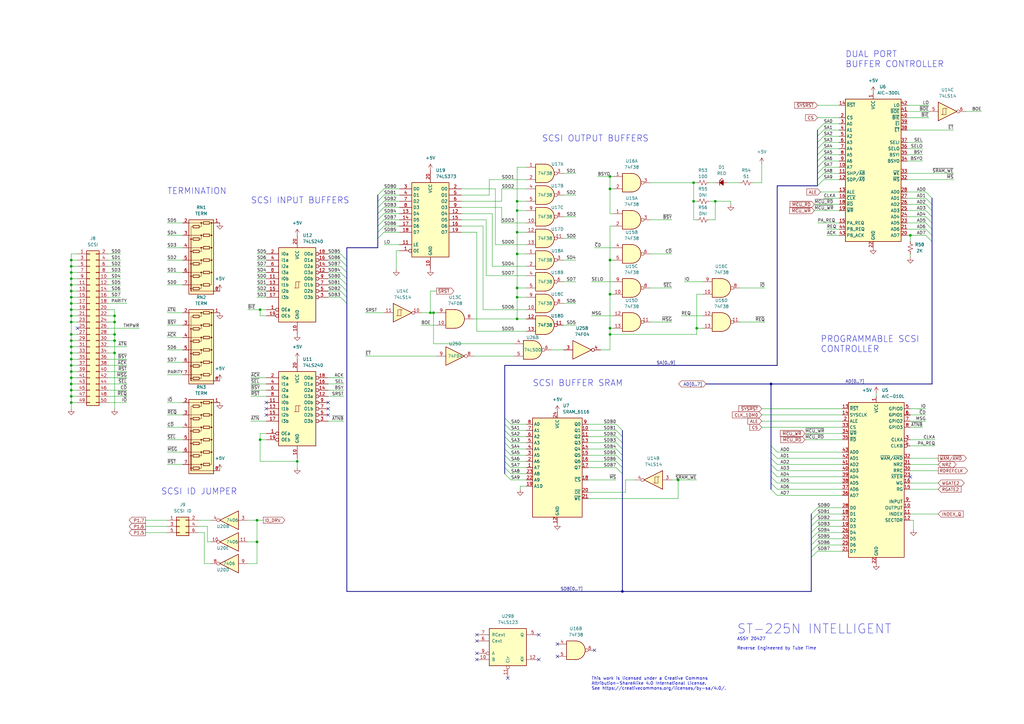
<source format=kicad_sch>
(kicad_sch (version 20230121) (generator eeschema)
  (paper "A3")
  (junction (at 29.21 119.38))
  (junction (at 212.09 130.81))
  (junction (at 46.99 144.78))
  (junction (at 29.21 127))
  (junction (at 29.21 152.4))
  (junction (at 29.21 160.02))
  (junction (at 284.48 74.93))
  (junction (at 46.99 139.7))
  (junction (at 250.19 134.62))
  (junction (at 105.41 222.25))
  (junction (at 29.21 142.24))
  (junction (at 255.27 242.57))
  (junction (at 106.68 180.34))
  (junction (at 212.09 86.36))
  (junction (at 121.92 189.23))
  (junction (at 212.09 95.25))
  (junction (at 29.21 106.68))
  (junction (at 29.21 137.16))
  (junction (at 278.13 196.85))
  (junction (at 29.21 124.46))
  (junction (at 212.09 82.55))
  (junction (at 29.21 116.84))
  (junction (at 373.38 96.52))
  (junction (at 29.21 114.3))
  (junction (at 46.99 137.16))
  (junction (at 212.09 118.11))
  (junction (at 29.21 132.08))
  (junction (at 46.99 132.08))
  (junction (at 29.21 147.32))
  (junction (at 250.19 77.47))
  (junction (at 285.75 134.62))
  (junction (at 212.09 121.92))
  (junction (at 29.21 139.7))
  (junction (at 29.21 162.56))
  (junction (at 29.21 129.54))
  (junction (at 316.23 157.48))
  (junction (at 250.19 137.16))
  (junction (at 29.21 109.22))
  (junction (at 284.48 82.55))
  (junction (at 250.19 106.68))
  (junction (at 250.19 120.65))
  (junction (at 105.41 213.36))
  (junction (at 29.21 144.78))
  (junction (at 46.99 129.54))
  (junction (at 29.21 165.1))
  (junction (at 293.37 82.55))
  (junction (at 176.53 128.27))
  (junction (at 29.21 111.76))
  (junction (at 106.68 127))
  (junction (at 212.09 104.14))
  (junction (at 29.21 149.86))
  (junction (at 29.21 157.48))
  (junction (at 29.21 121.92))
  (junction (at 29.21 154.94))
  (junction (at 177.8 128.27))
  (junction (at 250.19 72.39))
  (no_connect (at 208.28 278.13))
  (no_connect (at 31.75 134.62))
  (no_connect (at 373.38 195.58))
  (no_connect (at 109.22 170.18))
  (no_connect (at 220.98 260.35))
  (no_connect (at 195.58 270.51))
  (no_connect (at 134.62 167.64))
  (no_connect (at 134.62 165.1))
  (no_connect (at 134.62 170.18))
  (no_connect (at 243.84 266.7))
  (no_connect (at 228.6 264.16))
  (no_connect (at 228.6 269.24))
  (no_connect (at 109.22 167.64))
  (no_connect (at 220.98 270.51))
  (no_connect (at 195.58 267.97))
  (no_connect (at 195.58 260.35))
  (no_connect (at 109.22 165.1))
  (no_connect (at 195.58 262.89))
  (bus_entry (at 335.28 63.5) (size 2.54 -2.54))
  (bus_entry (at 335.28 208.28) (size -2.54 2.54))
  (bus_entry (at 207.01 191.77) (size 2.54 2.54))
  (bus_entry (at 252.73 191.77) (size 2.54 2.54))
  (bus_entry (at 335.28 73.66) (size 2.54 -2.54))
  (bus_entry (at 316.23 200.66) (size 2.54 2.54))
  (bus_entry (at 207.01 179.07) (size 2.54 2.54))
  (bus_entry (at 379.73 83.82) (size 2.54 2.54))
  (bus_entry (at 316.23 182.88) (size 2.54 2.54))
  (bus_entry (at 207.01 173.99) (size 2.54 2.54))
  (bus_entry (at 157.48 90.17) (size -2.54 2.54))
  (bus_entry (at 207.01 181.61) (size 2.54 2.54))
  (bus_entry (at 335.28 53.34) (size 2.54 -2.54))
  (bus_entry (at 157.48 85.09) (size -2.54 2.54))
  (bus_entry (at 139.7 104.14) (size 2.54 2.54))
  (bus_entry (at 316.23 190.5) (size 2.54 2.54))
  (bus_entry (at 335.28 66.04) (size 2.54 -2.54))
  (bus_entry (at 157.48 77.47) (size -2.54 2.54))
  (bus_entry (at 316.23 185.42) (size 2.54 2.54))
  (bus_entry (at 207.01 184.15) (size 2.54 2.54))
  (bus_entry (at 335.28 55.88) (size 2.54 -2.54))
  (bus_entry (at 335.28 71.12) (size 2.54 -2.54))
  (bus_entry (at 252.73 179.07) (size 2.54 2.54))
  (bus_entry (at 335.28 210.82) (size -2.54 2.54))
  (bus_entry (at 379.73 81.28) (size 2.54 2.54))
  (bus_entry (at 207.01 186.69) (size 2.54 2.54))
  (bus_entry (at 157.48 82.55) (size -2.54 2.54))
  (bus_entry (at 139.7 109.22) (size 2.54 2.54))
  (bus_entry (at 316.23 195.58) (size 2.54 2.54))
  (bus_entry (at 207.01 171.45) (size 2.54 2.54))
  (bus_entry (at 207.01 189.23) (size 2.54 2.54))
  (bus_entry (at 252.73 184.15) (size 2.54 2.54))
  (bus_entry (at 379.73 88.9) (size 2.54 2.54))
  (bus_entry (at 139.7 119.38) (size 2.54 2.54))
  (bus_entry (at 316.23 193.04) (size 2.54 2.54))
  (bus_entry (at 335.28 60.96) (size 2.54 -2.54))
  (bus_entry (at 139.7 106.68) (size 2.54 2.54))
  (bus_entry (at 252.73 181.61) (size 2.54 2.54))
  (bus_entry (at 157.48 92.71) (size -2.54 2.54))
  (bus_entry (at 335.28 58.42) (size 2.54 -2.54))
  (bus_entry (at 252.73 173.99) (size 2.54 2.54))
  (bus_entry (at 379.73 93.98) (size 2.54 2.54))
  (bus_entry (at 335.28 220.98) (size -2.54 2.54))
  (bus_entry (at 157.48 95.25) (size -2.54 2.54))
  (bus_entry (at 335.28 218.44) (size -2.54 2.54))
  (bus_entry (at 335.28 226.06) (size -2.54 2.54))
  (bus_entry (at 252.73 189.23) (size 2.54 2.54))
  (bus_entry (at 379.73 78.74) (size 2.54 2.54))
  (bus_entry (at 335.28 76.2) (size 2.54 -2.54))
  (bus_entry (at 157.48 87.63) (size -2.54 2.54))
  (bus_entry (at 379.73 86.36) (size 2.54 2.54))
  (bus_entry (at 139.7 114.3) (size 2.54 2.54))
  (bus_entry (at 157.48 80.01) (size -2.54 2.54))
  (bus_entry (at 335.28 223.52) (size -2.54 2.54))
  (bus_entry (at 335.28 68.58) (size 2.54 -2.54))
  (bus_entry (at 335.28 213.36) (size -2.54 2.54))
  (bus_entry (at 207.01 194.31) (size 2.54 2.54))
  (bus_entry (at 207.01 176.53) (size 2.54 2.54))
  (bus_entry (at 139.7 116.84) (size 2.54 2.54))
  (bus_entry (at 379.73 96.52) (size 2.54 2.54))
  (bus_entry (at 335.28 215.9) (size -2.54 2.54))
  (bus_entry (at 252.73 186.69) (size 2.54 2.54))
  (bus_entry (at 139.7 121.92) (size 2.54 2.54))
  (bus_entry (at 379.73 91.44) (size 2.54 2.54))
  (bus_entry (at 139.7 111.76) (size 2.54 2.54))
  (bus_entry (at 316.23 198.12) (size 2.54 2.54))
  (bus_entry (at 316.23 187.96) (size 2.54 2.54))
  (bus_entry (at 252.73 176.53) (size 2.54 2.54))
  (bus (pts (xy 332.74 223.52) (xy 332.74 226.06)))
  (wire (pts (xy 59.69 215.9) (xy 68.58 215.9)))
  (wire (pts (xy 285.75 90.17) (xy 284.48 90.17)))
  (bus (pts (xy 255.27 181.61) (xy 255.27 184.15)))
  (wire (pts (xy 29.21 162.56) (xy 31.75 162.56)))
  (wire (pts (xy 339.09 96.52) (xy 344.17 96.52)))
  (bus (pts (xy 207.01 181.61) (xy 207.01 184.15)))
  (wire (pts (xy 85.09 222.25) (xy 86.36 222.25)))
  (wire (pts (xy 198.12 92.71) (xy 198.12 127)))
  (wire (pts (xy 205.74 85.09) (xy 205.74 91.44)))
  (bus (pts (xy 332.74 242.57) (xy 255.27 242.57)))
  (wire (pts (xy 101.6 222.25) (xy 105.41 222.25)))
  (wire (pts (xy 251.46 72.39) (xy 250.19 72.39)))
  (wire (pts (xy 29.21 147.32) (xy 31.75 147.32)))
  (bus (pts (xy 382.27 93.98) (xy 382.27 96.52)))
  (wire (pts (xy 29.21 119.38) (xy 31.75 119.38)))
  (wire (pts (xy 29.21 139.7) (xy 29.21 142.24)))
  (bus (pts (xy 316.23 195.58) (xy 316.23 198.12)))
  (wire (pts (xy 330.2 177.8) (xy 345.44 177.8)))
  (wire (pts (xy 373.38 167.64) (xy 379.73 167.64)))
  (wire (pts (xy 29.21 160.02) (xy 31.75 160.02)))
  (wire (pts (xy 59.69 213.36) (xy 68.58 213.36)))
  (wire (pts (xy 106.68 129.54) (xy 109.22 129.54)))
  (wire (pts (xy 275.59 196.85) (xy 278.13 196.85)))
  (bus (pts (xy 316.23 157.48) (xy 316.23 182.88)))
  (wire (pts (xy 29.21 149.86) (xy 31.75 149.86)))
  (bus (pts (xy 154.94 95.25) (xy 154.94 97.79)))
  (wire (pts (xy 372.11 58.42) (xy 378.46 58.42)))
  (wire (pts (xy 200.66 80.01) (xy 200.66 73.66)))
  (wire (pts (xy 373.38 172.72) (xy 379.73 172.72)))
  (wire (pts (xy 29.21 152.4) (xy 31.75 152.4)))
  (wire (pts (xy 285.75 137.16) (xy 285.75 134.62)))
  (wire (pts (xy 29.21 162.56) (xy 29.21 165.1)))
  (bus (pts (xy 207.01 179.07) (xy 207.01 181.61)))
  (wire (pts (xy 68.58 175.26) (xy 74.93 175.26)))
  (wire (pts (xy 210.82 140.97) (xy 177.8 140.97)))
  (wire (pts (xy 290.83 74.93) (xy 293.37 74.93)))
  (wire (pts (xy 189.23 87.63) (xy 201.93 87.63)))
  (wire (pts (xy 250.19 120.65) (xy 250.19 106.68)))
  (bus (pts (xy 255.27 191.77) (xy 255.27 194.31)))
  (bus (pts (xy 255.27 189.23) (xy 255.27 191.77)))
  (wire (pts (xy 396.24 45.72) (xy 402.59 45.72)))
  (bus (pts (xy 207.01 149.86) (xy 207.01 171.45)))
  (bus (pts (xy 382.27 86.36) (xy 382.27 88.9)))
  (bus (pts (xy 316.23 190.5) (xy 316.23 193.04)))
  (bus (pts (xy 332.74 218.44) (xy 332.74 220.98)))
  (wire (pts (xy 29.21 149.86) (xy 29.21 152.4)))
  (wire (pts (xy 241.3 176.53) (xy 252.73 176.53)))
  (wire (pts (xy 29.21 165.1) (xy 31.75 165.1)))
  (wire (pts (xy 44.45 111.76) (xy 49.53 111.76)))
  (wire (pts (xy 44.45 149.86) (xy 52.07 149.86)))
  (wire (pts (xy 189.23 82.55) (xy 205.74 82.55)))
  (wire (pts (xy 29.21 116.84) (xy 29.21 119.38)))
  (wire (pts (xy 102.87 162.56) (xy 109.22 162.56)))
  (wire (pts (xy 44.45 106.68) (xy 49.53 106.68)))
  (wire (pts (xy 231.14 71.12) (xy 236.22 71.12)))
  (wire (pts (xy 29.21 144.78) (xy 29.21 147.32)))
  (wire (pts (xy 194.31 130.81) (xy 212.09 130.81)))
  (wire (pts (xy 298.45 74.93) (xy 303.53 74.93)))
  (bus (pts (xy 335.28 73.66) (xy 335.28 76.2)))
  (wire (pts (xy 189.23 80.01) (xy 200.66 80.01)))
  (wire (pts (xy 285.75 134.62) (xy 288.29 134.62)))
  (wire (pts (xy 68.58 153.67) (xy 74.93 153.67)))
  (wire (pts (xy 251.46 134.62) (xy 250.19 134.62)))
  (wire (pts (xy 105.41 104.14) (xy 109.22 104.14)))
  (wire (pts (xy 335.28 218.44) (xy 345.44 218.44)))
  (wire (pts (xy 250.19 106.68) (xy 250.19 92.71)))
  (wire (pts (xy 260.35 196.85) (xy 256.54 196.85)))
  (wire (pts (xy 134.62 114.3) (xy 139.7 114.3)))
  (bus (pts (xy 142.24 101.6) (xy 142.24 106.68)))
  (wire (pts (xy 373.38 96.52) (xy 373.38 99.06)))
  (bus (pts (xy 316.23 187.96) (xy 316.23 190.5)))
  (wire (pts (xy 250.19 134.62) (xy 250.19 137.16)))
  (wire (pts (xy 231.14 124.46) (xy 236.22 124.46)))
  (wire (pts (xy 250.19 120.65) (xy 251.46 120.65)))
  (wire (pts (xy 241.3 179.07) (xy 252.73 179.07)))
  (wire (pts (xy 44.45 144.78) (xy 46.99 144.78)))
  (wire (pts (xy 106.68 180.34) (xy 106.68 189.23)))
  (wire (pts (xy 44.45 127) (xy 46.99 127)))
  (bus (pts (xy 382.27 88.9) (xy 382.27 91.44)))
  (wire (pts (xy 134.62 172.72) (xy 140.97 172.72)))
  (wire (pts (xy 68.58 165.1) (xy 74.93 165.1)))
  (wire (pts (xy 134.62 162.56) (xy 140.97 162.56)))
  (bus (pts (xy 154.94 101.6) (xy 142.24 101.6)))
  (bus (pts (xy 207.01 184.15) (xy 207.01 186.69)))
  (wire (pts (xy 201.93 109.22) (xy 215.9 109.22)))
  (wire (pts (xy 176.53 119.38) (xy 179.07 119.38)))
  (wire (pts (xy 337.82 58.42) (xy 344.17 58.42)))
  (wire (pts (xy 212.09 68.58) (xy 212.09 82.55)))
  (wire (pts (xy 29.21 154.94) (xy 31.75 154.94)))
  (wire (pts (xy 231.14 115.57) (xy 236.22 115.57)))
  (wire (pts (xy 44.45 121.92) (xy 49.53 121.92)))
  (bus (pts (xy 332.74 226.06) (xy 332.74 228.6)))
  (wire (pts (xy 372.11 71.12) (xy 391.16 71.12)))
  (wire (pts (xy 44.45 134.62) (xy 57.15 134.62)))
  (wire (pts (xy 285.75 120.65) (xy 288.29 120.65)))
  (wire (pts (xy 284.48 74.93) (xy 285.75 74.93)))
  (wire (pts (xy 209.55 194.31) (xy 215.9 194.31)))
  (bus (pts (xy 154.94 85.09) (xy 154.94 87.63)))
  (wire (pts (xy 241.3 191.77) (xy 252.73 191.77)))
  (wire (pts (xy 105.41 119.38) (xy 109.22 119.38)))
  (wire (pts (xy 215.9 199.39) (xy 213.36 199.39)))
  (wire (pts (xy 68.58 138.43) (xy 74.93 138.43)))
  (wire (pts (xy 373.38 213.36) (xy 374.65 213.36)))
  (wire (pts (xy 335.28 210.82) (xy 345.44 210.82)))
  (wire (pts (xy 372.11 66.04) (xy 378.46 66.04)))
  (wire (pts (xy 285.75 120.65) (xy 285.75 134.62)))
  (wire (pts (xy 373.38 193.04) (xy 384.81 193.04)))
  (wire (pts (xy 44.45 114.3) (xy 49.53 114.3)))
  (wire (pts (xy 68.58 116.84) (xy 74.93 116.84)))
  (bus (pts (xy 142.24 119.38) (xy 142.24 121.92)))
  (wire (pts (xy 209.55 173.99) (xy 215.9 173.99)))
  (wire (pts (xy 134.62 119.38) (xy 139.7 119.38)))
  (wire (pts (xy 105.41 213.36) (xy 107.95 213.36)))
  (wire (pts (xy 44.45 124.46) (xy 52.07 124.46)))
  (wire (pts (xy 29.21 121.92) (xy 29.21 124.46)))
  (wire (pts (xy 372.11 53.34) (xy 391.16 53.34)))
  (bus (pts (xy 318.77 76.2) (xy 318.77 149.86)))
  (wire (pts (xy 101.6 127) (xy 106.68 127)))
  (wire (pts (xy 44.45 142.24) (xy 52.07 142.24)))
  (wire (pts (xy 134.62 121.92) (xy 139.7 121.92)))
  (wire (pts (xy 266.7 132.08) (xy 275.59 132.08)))
  (wire (pts (xy 29.21 127) (xy 29.21 129.54)))
  (wire (pts (xy 318.77 198.12) (xy 345.44 198.12)))
  (wire (pts (xy 373.38 96.52) (xy 379.73 96.52)))
  (wire (pts (xy 189.23 95.25) (xy 195.58 95.25)))
  (wire (pts (xy 106.68 189.23) (xy 121.92 189.23)))
  (bus (pts (xy 255.27 184.15) (xy 255.27 186.69)))
  (wire (pts (xy 134.62 111.76) (xy 139.7 111.76)))
  (bus (pts (xy 332.74 215.9) (xy 332.74 218.44)))
  (wire (pts (xy 68.58 143.51) (xy 74.93 143.51)))
  (wire (pts (xy 335.28 223.52) (xy 345.44 223.52)))
  (bus (pts (xy 335.28 66.04) (xy 335.28 68.58)))
  (wire (pts (xy 241.3 189.23) (xy 252.73 189.23)))
  (bus (pts (xy 316.23 185.42) (xy 316.23 187.96)))
  (wire (pts (xy 44.45 109.22) (xy 49.53 109.22)))
  (wire (pts (xy 29.21 160.02) (xy 29.21 162.56)))
  (wire (pts (xy 372.11 83.82) (xy 379.73 83.82)))
  (wire (pts (xy 299.72 83.82) (xy 299.72 82.55)))
  (wire (pts (xy 205.74 82.55) (xy 205.74 77.47)))
  (wire (pts (xy 157.48 77.47) (xy 163.83 77.47)))
  (wire (pts (xy 134.62 109.22) (xy 139.7 109.22)))
  (bus (pts (xy 382.27 157.48) (xy 316.23 157.48)))
  (wire (pts (xy 241.3 173.99) (xy 252.73 173.99)))
  (wire (pts (xy 243.84 101.6) (xy 251.46 101.6)))
  (wire (pts (xy 290.83 82.55) (xy 293.37 82.55)))
  (wire (pts (xy 101.6 231.14) (xy 105.41 231.14)))
  (wire (pts (xy 176.53 128.27) (xy 177.8 128.27)))
  (wire (pts (xy 209.55 189.23) (xy 215.9 189.23)))
  (wire (pts (xy 278.13 204.47) (xy 278.13 196.85)))
  (wire (pts (xy 373.38 187.96) (xy 384.81 187.96)))
  (wire (pts (xy 246.38 143.51) (xy 250.19 143.51)))
  (bus (pts (xy 207.01 189.23) (xy 207.01 191.77)))
  (wire (pts (xy 339.09 93.98) (xy 344.17 93.98)))
  (wire (pts (xy 134.62 157.48) (xy 140.97 157.48)))
  (wire (pts (xy 250.19 92.71) (xy 251.46 92.71)))
  (wire (pts (xy 373.38 170.18) (xy 379.73 170.18)))
  (bus (pts (xy 207.01 186.69) (xy 207.01 189.23)))
  (wire (pts (xy 334.01 86.36) (xy 344.17 86.36)))
  (wire (pts (xy 29.21 157.48) (xy 31.75 157.48)))
  (wire (pts (xy 337.82 68.58) (xy 344.17 68.58)))
  (bus (pts (xy 154.94 82.55) (xy 154.94 85.09)))
  (wire (pts (xy 212.09 121.92) (xy 215.9 121.92)))
  (wire (pts (xy 29.21 137.16) (xy 29.21 139.7)))
  (wire (pts (xy 121.92 189.23) (xy 121.92 191.77)))
  (wire (pts (xy 172.72 133.35) (xy 179.07 133.35)))
  (wire (pts (xy 29.21 147.32) (xy 29.21 149.86)))
  (wire (pts (xy 81.28 215.9) (xy 85.09 215.9)))
  (bus (pts (xy 255.27 242.57) (xy 142.24 242.57)))
  (wire (pts (xy 44.45 152.4) (xy 52.07 152.4)))
  (wire (pts (xy 59.69 218.44) (xy 68.58 218.44)))
  (wire (pts (xy 29.21 104.14) (xy 29.21 106.68)))
  (wire (pts (xy 176.53 128.27) (xy 176.53 119.38)))
  (wire (pts (xy 250.19 106.68) (xy 251.46 106.68)))
  (wire (pts (xy 200.66 73.66) (xy 215.9 73.66)))
  (wire (pts (xy 44.45 160.02) (xy 52.07 160.02)))
  (wire (pts (xy 105.41 114.3) (xy 109.22 114.3)))
  (wire (pts (xy 105.41 109.22) (xy 109.22 109.22)))
  (wire (pts (xy 29.21 144.78) (xy 31.75 144.78)))
  (wire (pts (xy 46.99 129.54) (xy 46.99 132.08)))
  (wire (pts (xy 29.21 142.24) (xy 29.21 144.78)))
  (wire (pts (xy 44.45 147.32) (xy 52.07 147.32)))
  (wire (pts (xy 373.38 190.5) (xy 384.81 190.5)))
  (wire (pts (xy 194.31 146.05) (xy 210.82 146.05)))
  (wire (pts (xy 68.58 106.68) (xy 74.93 106.68)))
  (bus (pts (xy 335.28 63.5) (xy 335.28 66.04)))
  (bus (pts (xy 142.24 114.3) (xy 142.24 116.84)))
  (bus (pts (xy 316.23 198.12) (xy 316.23 200.66)))
  (wire (pts (xy 226.06 143.51) (xy 231.14 143.51)))
  (bus (pts (xy 332.74 210.82) (xy 332.74 213.36)))
  (bus (pts (xy 207.01 176.53) (xy 207.01 179.07)))
  (wire (pts (xy 212.09 118.11) (xy 212.09 121.92)))
  (wire (pts (xy 102.87 154.94) (xy 109.22 154.94)))
  (bus (pts (xy 335.28 60.96) (xy 335.28 63.5)))
  (bus (pts (xy 335.28 58.42) (xy 335.28 60.96)))
  (wire (pts (xy 231.14 106.68) (xy 236.22 106.68)))
  (bus (pts (xy 316.23 182.88) (xy 316.23 185.42)))
  (wire (pts (xy 241.3 181.61) (xy 252.73 181.61)))
  (wire (pts (xy 29.21 106.68) (xy 31.75 106.68)))
  (wire (pts (xy 256.54 196.85) (xy 256.54 201.93)))
  (wire (pts (xy 209.55 184.15) (xy 215.9 184.15)))
  (wire (pts (xy 86.36 231.14) (xy 83.82 231.14)))
  (wire (pts (xy 373.38 104.14) (xy 373.38 105.41)))
  (wire (pts (xy 318.77 187.96) (xy 345.44 187.96)))
  (wire (pts (xy 241.3 196.85) (xy 252.73 196.85)))
  (wire (pts (xy 44.45 129.54) (xy 46.99 129.54)))
  (wire (pts (xy 102.87 157.48) (xy 109.22 157.48)))
  (wire (pts (xy 157.48 87.63) (xy 163.83 87.63)))
  (wire (pts (xy 212.09 104.14) (xy 212.09 95.25)))
  (wire (pts (xy 68.58 111.76) (xy 74.93 111.76)))
  (wire (pts (xy 212.09 95.25) (xy 215.9 95.25)))
  (wire (pts (xy 68.58 128.27) (xy 74.93 128.27)))
  (wire (pts (xy 162.56 102.87) (xy 162.56 110.49)))
  (wire (pts (xy 157.48 80.01) (xy 163.83 80.01)))
  (wire (pts (xy 205.74 77.47) (xy 215.9 77.47)))
  (wire (pts (xy 242.57 115.57) (xy 251.46 115.57)))
  (wire (pts (xy 337.82 53.34) (xy 344.17 53.34)))
  (wire (pts (xy 335.28 220.98) (xy 345.44 220.98)))
  (wire (pts (xy 372.11 78.74) (xy 379.73 78.74)))
  (wire (pts (xy 157.48 90.17) (xy 163.83 90.17)))
  (wire (pts (xy 29.21 139.7) (xy 31.75 139.7)))
  (bus (pts (xy 382.27 99.06) (xy 382.27 157.48)))
  (wire (pts (xy 318.77 185.42) (xy 345.44 185.42)))
  (wire (pts (xy 312.42 67.31) (xy 312.42 74.93)))
  (wire (pts (xy 337.82 71.12) (xy 344.17 71.12)))
  (wire (pts (xy 250.19 77.47) (xy 250.19 87.63)))
  (wire (pts (xy 44.45 154.94) (xy 52.07 154.94)))
  (wire (pts (xy 29.21 157.48) (xy 29.21 160.02)))
  (wire (pts (xy 44.45 162.56) (xy 52.07 162.56)))
  (bus (pts (xy 154.94 90.17) (xy 154.94 92.71)))
  (wire (pts (xy 68.58 185.42) (xy 74.93 185.42)))
  (wire (pts (xy 337.82 63.5) (xy 344.17 63.5)))
  (wire (pts (xy 334.01 83.82) (xy 344.17 83.82)))
  (wire (pts (xy 337.82 66.04) (xy 344.17 66.04)))
  (wire (pts (xy 318.77 203.2) (xy 345.44 203.2)))
  (wire (pts (xy 284.48 74.93) (xy 284.48 82.55)))
  (bus (pts (xy 142.24 124.46) (xy 142.24 242.57)))
  (bus (pts (xy 154.94 97.79) (xy 154.94 101.6)))
  (wire (pts (xy 83.82 218.44) (xy 81.28 218.44)))
  (wire (pts (xy 372.11 73.66) (xy 391.16 73.66)))
  (wire (pts (xy 231.14 97.79) (xy 236.22 97.79)))
  (bus (pts (xy 332.74 228.6) (xy 332.74 242.57)))
  (wire (pts (xy 68.58 133.35) (xy 74.93 133.35)))
  (wire (pts (xy 29.21 121.92) (xy 31.75 121.92)))
  (wire (pts (xy 242.57 129.54) (xy 251.46 129.54)))
  (wire (pts (xy 250.19 137.16) (xy 250.19 143.51)))
  (wire (pts (xy 335.28 208.28) (xy 345.44 208.28)))
  (wire (pts (xy 149.86 146.05) (xy 179.07 146.05)))
  (wire (pts (xy 318.77 200.66) (xy 345.44 200.66)))
  (wire (pts (xy 209.55 176.53) (xy 215.9 176.53)))
  (bus (pts (xy 255.27 194.31) (xy 255.27 242.57)))
  (wire (pts (xy 46.99 144.78) (xy 46.99 167.64)))
  (wire (pts (xy 172.72 128.27) (xy 176.53 128.27)))
  (wire (pts (xy 44.45 116.84) (xy 49.53 116.84)))
  (wire (pts (xy 250.19 87.63) (xy 251.46 87.63)))
  (wire (pts (xy 105.41 213.36) (xy 101.6 213.36)))
  (wire (pts (xy 203.2 100.33) (xy 215.9 100.33)))
  (wire (pts (xy 44.45 119.38) (xy 49.53 119.38)))
  (wire (pts (xy 330.2 180.34) (xy 345.44 180.34)))
  (wire (pts (xy 44.45 139.7) (xy 46.99 139.7)))
  (wire (pts (xy 285.75 82.55) (xy 284.48 82.55)))
  (wire (pts (xy 31.75 104.14) (xy 29.21 104.14)))
  (wire (pts (xy 134.62 104.14) (xy 139.7 104.14)))
  (wire (pts (xy 373.38 175.26) (xy 378.46 175.26)))
  (wire (pts (xy 121.92 189.23) (xy 121.92 187.96)))
  (wire (pts (xy 335.28 43.18) (xy 344.17 43.18)))
  (wire (pts (xy 177.8 128.27) (xy 179.07 128.27)))
  (wire (pts (xy 68.58 91.44) (xy 74.93 91.44)))
  (wire (pts (xy 212.09 82.55) (xy 215.9 82.55)))
  (wire (pts (xy 372.11 45.72) (xy 381 45.72)))
  (wire (pts (xy 46.99 132.08) (xy 46.99 137.16)))
  (bus (pts (xy 255.27 179.07) (xy 255.27 181.61)))
  (bus (pts (xy 382.27 83.82) (xy 382.27 86.36)))
  (wire (pts (xy 212.09 130.81) (xy 215.9 130.81)))
  (wire (pts (xy 280.67 115.57) (xy 288.29 115.57)))
  (wire (pts (xy 215.9 68.58) (xy 212.09 68.58)))
  (wire (pts (xy 157.48 92.71) (xy 163.83 92.71)))
  (wire (pts (xy 337.82 73.66) (xy 344.17 73.66)))
  (wire (pts (xy 266.7 90.17) (xy 275.59 90.17)))
  (wire (pts (xy 266.7 104.14) (xy 275.59 104.14)))
  (wire (pts (xy 105.41 231.14) (xy 105.41 222.25)))
  (wire (pts (xy 195.58 135.89) (xy 215.9 135.89)))
  (wire (pts (xy 29.21 111.76) (xy 31.75 111.76)))
  (wire (pts (xy 303.53 118.11) (xy 313.69 118.11)))
  (wire (pts (xy 29.21 154.94) (xy 29.21 157.48)))
  (wire (pts (xy 203.2 100.33) (xy 203.2 77.47)))
  (wire (pts (xy 318.77 190.5) (xy 345.44 190.5)))
  (wire (pts (xy 278.13 196.85) (xy 285.75 196.85)))
  (wire (pts (xy 102.87 160.02) (xy 109.22 160.02)))
  (bus (pts (xy 382.27 91.44) (xy 382.27 93.98)))
  (wire (pts (xy 231.14 88.9) (xy 236.22 88.9)))
  (wire (pts (xy 372.11 63.5) (xy 378.46 63.5)))
  (wire (pts (xy 312.42 175.26) (xy 345.44 175.26)))
  (wire (pts (xy 372.11 86.36) (xy 379.73 86.36)))
  (wire (pts (xy 29.21 119.38) (xy 29.21 121.92)))
  (wire (pts (xy 312.42 167.64) (xy 345.44 167.64)))
  (wire (pts (xy 46.99 137.16) (xy 46.99 139.7)))
  (wire (pts (xy 335.28 213.36) (xy 345.44 213.36)))
  (wire (pts (xy 241.3 186.69) (xy 252.73 186.69)))
  (wire (pts (xy 250.19 134.62) (xy 250.19 120.65)))
  (wire (pts (xy 109.22 177.8) (xy 106.68 177.8)))
  (wire (pts (xy 209.55 181.61) (xy 215.9 181.61)))
  (bus (pts (xy 255.27 176.53) (xy 255.27 179.07)))
  (bus (pts (xy 255.27 186.69) (xy 255.27 189.23)))
  (wire (pts (xy 102.87 172.72) (xy 109.22 172.72)))
  (wire (pts (xy 250.19 77.47) (xy 251.46 77.47)))
  (wire (pts (xy 250.19 72.39) (xy 250.19 77.47)))
  (wire (pts (xy 212.09 121.92) (xy 212.09 130.81)))
  (bus (pts (xy 335.28 71.12) (xy 335.28 73.66)))
  (wire (pts (xy 177.8 140.97) (xy 177.8 128.27)))
  (wire (pts (xy 212.09 104.14) (xy 212.09 118.11)))
  (wire (pts (xy 318.77 193.04) (xy 345.44 193.04)))
  (wire (pts (xy 189.23 90.17) (xy 199.39 90.17)))
  (wire (pts (xy 359.41 161.29) (xy 359.41 162.56)))
  (wire (pts (xy 29.21 142.24) (xy 31.75 142.24)))
  (wire (pts (xy 29.21 114.3) (xy 31.75 114.3)))
  (wire (pts (xy 266.7 74.93) (xy 284.48 74.93)))
  (wire (pts (xy 105.41 222.25) (xy 105.41 213.36)))
  (wire (pts (xy 29.21 132.08) (xy 29.21 137.16)))
  (wire (pts (xy 241.3 204.47) (xy 278.13 204.47)))
  (wire (pts (xy 212.09 82.55) (xy 212.09 86.36)))
  (wire (pts (xy 29.21 109.22) (xy 29.21 111.76)))
  (wire (pts (xy 337.82 50.8) (xy 344.17 50.8)))
  (wire (pts (xy 29.21 127) (xy 31.75 127)))
  (wire (pts (xy 372.11 48.26) (xy 381 48.26)))
  (wire (pts (xy 44.45 165.1) (xy 52.07 165.1)))
  (wire (pts (xy 372.11 81.28) (xy 379.73 81.28)))
  (bus (pts (xy 142.24 109.22) (xy 142.24 111.76)))
  (wire (pts (xy 106.68 127) (xy 106.68 129.54)))
  (wire (pts (xy 106.68 180.34) (xy 109.22 180.34)))
  (wire (pts (xy 209.55 196.85) (xy 215.9 196.85)))
  (wire (pts (xy 157.48 82.55) (xy 163.83 82.55)))
  (wire (pts (xy 215.9 104.14) (xy 212.09 104.14)))
  (bus (pts (xy 154.94 80.01) (xy 154.94 82.55)))
  (bus (pts (xy 142.24 116.84) (xy 142.24 119.38)))
  (wire (pts (xy 189.23 85.09) (xy 205.74 85.09)))
  (wire (pts (xy 231.14 80.01) (xy 236.22 80.01)))
  (wire (pts (xy 212.09 118.11) (xy 215.9 118.11)))
  (wire (pts (xy 29.21 132.08) (xy 31.75 132.08)))
  (wire (pts (xy 29.21 109.22) (xy 31.75 109.22)))
  (wire (pts (xy 312.42 172.72) (xy 345.44 172.72)))
  (bus (pts (xy 154.94 92.71) (xy 154.94 95.25)))
  (wire (pts (xy 335.28 215.9) (xy 345.44 215.9)))
  (wire (pts (xy 29.21 124.46) (xy 29.21 127)))
  (bus (pts (xy 207.01 149.86) (xy 318.77 149.86)))
  (wire (pts (xy 44.45 104.14) (xy 49.53 104.14)))
  (wire (pts (xy 199.39 113.03) (xy 215.9 113.03)))
  (wire (pts (xy 29.21 116.84) (xy 31.75 116.84)))
  (bus (pts (xy 382.27 96.52) (xy 382.27 99.06)))
  (wire (pts (xy 134.62 106.68) (xy 139.7 106.68)))
  (wire (pts (xy 46.99 127) (xy 46.99 129.54)))
  (wire (pts (xy 241.3 184.15) (xy 252.73 184.15)))
  (wire (pts (xy 29.21 129.54) (xy 29.21 132.08)))
  (wire (pts (xy 85.09 215.9) (xy 85.09 222.25)))
  (wire (pts (xy 134.62 154.94) (xy 140.97 154.94)))
  (wire (pts (xy 29.21 137.16) (xy 31.75 137.16)))
  (bus (pts (xy 335.28 68.58) (xy 335.28 71.12)))
  (bus (pts (xy 154.94 87.63) (xy 154.94 90.17)))
  (wire (pts (xy 231.14 133.35) (xy 236.22 133.35)))
  (wire (pts (xy 241.3 201.93) (xy 256.54 201.93)))
  (wire (pts (xy 336.55 78.74) (xy 344.17 78.74)))
  (wire (pts (xy 81.28 213.36) (xy 86.36 213.36)))
  (bus (pts (xy 142.24 121.92) (xy 142.24 124.46)))
  (wire (pts (xy 157.48 95.25) (xy 163.83 95.25)))
  (wire (pts (xy 105.41 111.76) (xy 109.22 111.76)))
  (bus (pts (xy 335.28 53.34) (xy 335.28 55.88)))
  (wire (pts (xy 44.45 157.48) (xy 52.07 157.48)))
  (wire (pts (xy 29.21 129.54) (xy 31.75 129.54)))
  (wire (pts (xy 105.41 106.68) (xy 109.22 106.68)))
  (bus (pts (xy 332.74 220.98) (xy 332.74 223.52)))
  (wire (pts (xy 198.12 127) (xy 215.9 127)))
  (wire (pts (xy 372.11 91.44) (xy 379.73 91.44)))
  (wire (pts (xy 284.48 82.55) (xy 284.48 90.17)))
  (wire (pts (xy 29.21 124.46) (xy 31.75 124.46)))
  (wire (pts (xy 68.58 190.5) (xy 74.93 190.5)))
  (wire (pts (xy 157.48 100.33) (xy 163.83 100.33)))
  (wire (pts (xy 374.65 213.36) (xy 374.65 217.17)))
  (wire (pts (xy 149.86 128.27) (xy 157.48 128.27)))
  (bus (pts (xy 142.24 106.68) (xy 142.24 109.22)))
  (wire (pts (xy 335.28 91.44) (xy 344.17 91.44)))
  (wire (pts (xy 337.82 60.96) (xy 344.17 60.96)))
  (wire (pts (xy 189.23 92.71) (xy 198.12 92.71)))
  (wire (pts (xy 109.22 127) (xy 106.68 127)))
  (wire (pts (xy 279.4 129.54) (xy 288.29 129.54)))
  (bus (pts (xy 207.01 173.99) (xy 207.01 176.53)))
  (wire (pts (xy 106.68 177.8) (xy 106.68 180.34)))
  (wire (pts (xy 213.36 199.39) (xy 213.36 200.66)))
  (wire (pts (xy 372.11 88.9) (xy 379.73 88.9)))
  (bus (pts (xy 142.24 111.76) (xy 142.24 114.3)))
  (wire (pts (xy 68.58 148.59) (xy 74.93 148.59)))
  (wire (pts (xy 212.09 86.36) (xy 212.09 95.25)))
  (wire (pts (xy 373.38 198.12) (xy 384.81 198.12)))
  (wire (pts (xy 335.28 226.06) (xy 345.44 226.06)))
  (wire (pts (xy 163.83 102.87) (xy 162.56 102.87)))
  (wire (pts (xy 290.83 90.17) (xy 293.37 90.17)))
  (wire (pts (xy 29.21 114.3) (xy 29.21 116.84)))
  (wire (pts (xy 157.48 85.09) (xy 163.83 85.09)))
  (wire (pts (xy 293.37 90.17) (xy 293.37 82.55)))
  (wire (pts (xy 372.11 60.96) (xy 378.46 60.96)))
  (wire (pts (xy 303.53 132.08) (xy 313.69 132.08)))
  (wire (pts (xy 372.11 96.52) (xy 373.38 96.52)))
  (wire (pts (xy 46.99 139.7) (xy 46.99 144.78)))
  (bus (pts (xy 207.01 171.45) (xy 207.01 173.99)))
  (wire (pts (xy 337.82 55.88) (xy 344.17 55.88)))
  (wire (pts (xy 205.74 91.44) (xy 215.9 91.44)))
  (wire (pts (xy 245.11 72.39) (xy 250.19 72.39)))
  (wire (pts (xy 68.58 180.34) (xy 74.93 180.34)))
  (wire (pts (xy 201.93 87.63) (xy 201.93 109.22)))
  (wire (pts (xy 29.21 152.4) (xy 29.21 154.94)))
  (wire (pts (xy 250.19 137.16) (xy 285.75 137.16)))
  (wire (pts (xy 337.82 81.28) (xy 344.17 81.28)))
  (wire (pts (xy 134.62 116.84) (xy 139.7 116.84)))
  (bus (pts (xy 289.56 157.48) (xy 316.23 157.48)))
  (bus (pts (xy 332.74 213.36) (xy 332.74 215.9)))
  (wire (pts (xy 68.58 170.18) (xy 74.93 170.18)))
  (wire (pts (xy 195.58 95.25) (xy 195.58 135.89)))
  (wire (pts (xy 44.45 137.16) (xy 46.99 137.16)))
  (wire (pts (xy 189.23 77.47) (xy 203.2 77.47)))
  (wire (pts (xy 312.42 170.18) (xy 345.44 170.18)))
  (wire (pts (xy 29.21 111.76) (xy 29.21 114.3)))
  (wire (pts (xy 105.41 116.84) (xy 109.22 116.84)))
  (wire (pts (xy 372.11 93.98) (xy 379.73 93.98)))
  (wire (pts (xy 105.41 121.92) (xy 109.22 121.92)))
  (wire (pts (xy 212.09 86.36) (xy 215.9 86.36)))
  (wire (pts (xy 335.28 48.26) (xy 344.17 48.26)))
  (wire (pts (xy 134.62 160.02) (xy 140.97 160.02)))
  (wire (pts (xy 68.58 96.52) (xy 74.93 96.52)))
  (wire (pts (xy 44.45 132.08) (xy 46.99 132.08)))
  (wire (pts (xy 209.55 191.77) (xy 215.9 191.77)))
  (bus (pts (xy 207.01 191.77) (xy 207.01 194.31)))
  (bus (pts (xy 335.28 55.88) (xy 335.28 58.42)))
  (wire (pts (xy 209.55 186.69) (xy 215.9 186.69)))
  (wire (pts (xy 372.11 43.18) (xy 381 43.18)))
  (wire (pts (xy 312.42 74.93) (xy 308.61 74.93)))
  (wire (pts (xy 29.21 106.68) (xy 29.21 109.22)))
  (wire (pts (xy 209.55 179.07) (xy 215.9 179.07)))
  (wire (pts (xy 373.38 180.34) (xy 383.54 180.34)))
  (bus (pts (xy 335.28 76.2) (xy 318.77 76.2)))
  (bus (pts (xy 382.27 81.28) (xy 382.27 83.82)))
  (wire (pts (xy 199.39 90.17) (xy 199.39 113.03)))
  (wire (pts (xy 293.37 82.55) (xy 299.72 82.55)))
  (wire (pts (xy 373.38 210.82) (xy 384.81 210.82)))
  (wire (pts (xy 68.58 101.6) (xy 74.93 101.6)))
  (wire (pts (xy 266.7 118.11) (xy 275.59 118.11)))
  (wire (pts (xy 318.77 195.58) (xy 345.44 195.58)))
  (bus (pts (xy 316.23 193.04) (xy 316.23 195.58)))
  (wire (pts (xy 83.82 231.14) (xy 83.82 218.44)))
  (wire (pts (xy 373.38 200.66) (xy 384.81 200.66)))
  (wire (pts (xy 29.21 165.1) (xy 29.21 167.64)))
  (wire (pts (xy 373.38 182.88) (xy 383.54 182.88)))
  (text "TERMINATION" (at 68.58 80.01 0) (effects (font (size 2.54 2.54)) (justify left bottom)))
  (text "This work is licensed under a Creative Commons\nAttribution-ShareAlike 4.0 International License.\nSee https://creativecommons.org/licenses/by-sa/4.0/.\n" (at 242.57 283.21 0) (effects (font (size 1.27 1.27)) (justify left bottom)))
  (text "ASSY 20427" (at 302.26 262.89 0) (effects (font (size 1.27 1.27)) (justify left bottom)))
  (text "ST-225N INTELLIGENT" (at 302.26 260.35 0) (effects (font (size 3.81 3.81)) (justify left bottom)))
  (text "Reverse Engineered by Tube Time" (at 302.26 266.7 0) (effects (font (size 1.27 1.27)) (justify left bottom)))
  (text "SCSI ID JUMPER" (at 66.04 203.2 0) (effects (font (size 2.54 2.54)) (justify left bottom)))
  (text "SCSI OUTPUT BUFFERS" (at 222.25 58.42 0) (effects (font (size 2.54 2.54)) (justify left bottom)))
  (text "SCSI BUFFER SRAM" (at 218.44 158.75 0) (effects (font (size 2.54 2.54)) (justify left bottom)))
  (text "DUAL PORT\nBUFFER CONTROLLER" (at 346.71 27.94 0) (effects (font (size 2.54 2.54)) (justify left bottom)))
  (text "PROGRAMMABLE SCSI\nCONTROLLER" (at 336.55 144.78 0) (effects (font (size 2.54 2.54)) (justify left bottom)))
  (text "SCSI INPUT BUFFERS" (at 102.87 83.82 0) (effects (font (size 2.54 2.54)) (justify left bottom)))
  (label "CLKA" (at 383.54 180.34 180))
  (label "SD7" (at 105.41 109.22 0))
  (label "SD0" (at 105.41 114.3 0))
  (label "PARITY" (at 52.07 124.46 180))
  (label "SDB1" (at 252.73 176.53 180))
  (label "SDB2" (at 157.48 82.55 0))
  (label "AD4" (at 379.73 88.9 180))
  (label "AD0" (at 379.73 78.74 180))
  (label "SD7" (at 49.53 121.92 180))
  (label "SDB5" (at 252.73 186.69 180))
  (label "SD6" (at 105.41 106.68 0))
  (label "SDO6" (at 205.74 127 0))
  (label "SD1" (at 236.22 71.12 180))
  (label "~{REQ}" (at 68.58 170.18 0))
  (label "SDO3" (at 205.74 91.44 0))
  (label "~{ACK}" (at 52.07 149.86 180))
  (label "~{BSY}" (at 102.87 160.02 0))
  (label "~{RST}" (at 68.58 190.5 0))
  (label "SD3" (at 236.22 88.9 180))
  (label "BOE" (at 402.59 45.72 180))
  (label "SA7" (at 209.55 191.77 0))
  (label "SDO5" (at 205.74 135.89 0))
  (label "AD5" (at 320.04 198.12 0))
  (label "SDB0" (at 252.73 173.99 180))
  (label "SRST" (at 140.97 162.56 180))
  (label "SD4" (at 105.41 111.76 0))
  (label "SELO" (at 378.46 60.96 180))
  (label "~{ET}" (at 391.16 53.34 180))
  (label "~{RST}" (at 52.07 152.4 180))
  (label "~{SEL}" (at 68.58 180.34 0))
  (label "BOE" (at 172.72 133.35 0))
  (label "REQ" (at 339.09 93.98 0))
  (label "~{MSG}" (at 68.58 185.42 0))
  (label "MSG" (at 379.73 172.72 180))
  (label "SA3" (at 337.82 58.42 0))
  (label "SD0" (at 68.58 116.84 0))
  (label "SA8" (at 209.55 194.31 0))
  (label "~{ACK}" (at 102.87 154.94 0))
  (label "ACK" (at 339.09 96.52 0))
  (label "SA9" (at 337.82 73.66 0))
  (label "SDO2" (at 205.74 77.47 0))
  (label "SDO4" (at 205.74 109.22 0))
  (label "~{MCU_RD}" (at 330.2 180.34 0))
  (label "SEL" (at 140.97 157.48 180))
  (label "C~{D}" (at 68.58 175.26 0))
  (label "SDB5" (at 157.48 95.25 0))
  (label "SA2" (at 337.82 55.88 0))
  (label "SD2" (at 68.58 106.68 0))
  (label "~{ET}" (at 149.86 146.05 0))
  (label "SA8" (at 337.82 71.12 0))
  (label "SA5" (at 337.82 63.5 0))
  (label "SD6" (at 68.58 143.51 0))
  (label "SDB7" (at 157.48 90.17 0))
  (label "~{SEL}" (at 275.59 118.11 180))
  (label "SDO1" (at 205.74 73.66 0))
  (label "SA6" (at 209.55 189.23 0))
  (label "SDB4" (at 335.28 218.44 0))
  (label "SDB4" (at 139.7 111.76 180))
  (label "SD7" (at 236.22 115.57 180))
  (label "SD5" (at 236.22 133.35 180))
  (label "SDB6" (at 139.7 106.68 180))
  (label "AD0" (at 320.04 185.42 0))
  (label "SDB1" (at 335.28 210.82 0))
  (label "BSYO" (at 245.11 72.39 0))
  (label "SD0" (at 236.22 97.79 180))
  (label "SDB1" (at 157.48 80.01 0))
  (label "AD2" (at 379.73 83.82 180))
  (label "SA4" (at 209.55 184.15 0))
  (label "~{RST}" (at 102.87 162.56 0))
  (label "SA7" (at 337.82 68.58 0))
  (label "SD2" (at 105.41 119.38 0))
  (label "SD4" (at 68.58 96.52 0))
  (label "~{BIE}" (at 381 48.26 180))
  (label "SDB2" (at 335.28 213.36 0))
  (label "SDB0" (at 335.28 208.28 0))
  (label "SDB5" (at 335.28 220.98 0))
  (label "SELO" (at 242.57 115.57 0))
  (label "~{MSG}" (at 275.59 132.08 180))
  (label "~{SRAM_WE}" (at 285.75 196.85 180))
  (label "SD3" (at 105.41 121.92 0))
  (label "SDB3" (at 157.48 85.09 0))
  (label "AD2" (at 320.04 190.5 0))
  (label "~{SEL}" (at 52.07 157.48 180))
  (label "AD7" (at 379.73 96.52 180))
  (label "LO" (at 381 43.18 180))
  (label "PA_REQ" (at 335.28 91.44 0))
  (label "SD1" (at 68.58 111.76 0))
  (label "~{ATN}" (at 52.07 142.24 180))
  (label "I~{O}" (at 52.07 165.1 180))
  (label "SDO0" (at 205.74 100.33 0))
  (label "SDB6" (at 335.28 223.52 0))
  (label "~{ATN}" (at 102.87 172.72 0))
  (label "SDB0" (at 157.48 77.47 0))
  (label "~{ACK}" (at 68.58 138.43 0))
  (label "SDB0" (at 139.7 114.3 180))
  (label "AD7" (at 320.04 203.2 0))
  (label "SA1" (at 337.82 53.34 0))
  (label "SA0" (at 209.55 173.99 0))
  (label "AD5" (at 379.73 91.44 180))
  (label "~{BSY}" (at 52.07 147.32 180))
  (label "~{C}D" (at 243.84 101.6 0))
  (label "~{BIE}" (at 101.6 127 0))
  (label "REQ" (at 279.4 129.54 0))
  (label "IO" (at 379.73 167.64 180))
  (label "SDB4" (at 157.48 87.63 0))
  (label "~{IO}" (at 313.69 118.11 180))
  (label "PARITY" (at 68.58 153.67 0))
  (label "SA4" (at 337.82 60.96 0))
  (label "SD6" (at 49.53 119.38 180))
  (label "SD3" (at 49.53 111.76 180))
  (label "AD3" (at 320.04 193.04 0))
  (label "SDB3" (at 252.73 181.61 180))
  (label "SDB4" (at 252.73 184.15 180))
  (label "SD2" (at 49.53 109.22 180))
  (label "SA[0..9]" (at 269.24 149.86 0))
  (label "AD6" (at 320.04 200.66 0))
  (label "~{REQ}" (at 313.69 132.08 180))
  (label "SDB7" (at 139.7 109.22 180))
  (label "CLKA" (at 337.82 81.28 0))
  (label "SD0" (at 49.53 104.14 180))
  (label "SDB6" (at 157.48 92.71 0))
  (label "~{MCU_RD}" (at 334.01 83.82 0))
  (label "SD5" (at 68.58 91.44 0))
  (label "AD1" (at 320.04 187.96 0))
  (label "SDB1" (at 139.7 116.84 180))
  (label "SDB2" (at 139.7 119.38 180))
  (label "SA1" (at 209.55 176.53 0))
  (label "SA6" (at 337.82 66.04 0))
  (label "C~{D}" (at 52.07 160.02 180))
  (label "SA3" (at 209.55 181.61 0))
  (label "~{MCU_WR}" (at 334.01 86.36 0))
  (label "C~{D}" (at 275.59 104.14 180))
  (label "BSY" (at 378.46 63.5 180))
  (label "SD6" (at 236.22 124.46 180))
  (label "~{C}D" (at 379.73 170.18 180))
  (label "SDB7" (at 335.28 226.06 0))
  (label "TMPWR" (at 57.15 134.62 180))
  (label "AD[0..7]" (at 346.71 157.48 0))
  (label "SA0" (at 337.82 50.8 0))
  (label "LO" (at 157.48 100.33 0))
  (label "SDB6" (at 252.73 189.23 180))
  (label "SEL" (at 378.46 58.42 180))
  (label "SD4" (at 236.22 106.68 180))
  (label "SD1" (at 49.53 106.68 180))
  (label "BSYO" (at 378.46 66.04 180))
  (label "SRST" (at 149.86 128.27 0))
  (label "~{ATN}" (at 68.58 128.27 0))
  (label "~{BSY}" (at 275.59 90.17 180))
  (label "IO" (at 280.67 115.57 0))
  (label "~{MCU_WR}" (at 330.2 177.8 0))
  (label "SA5" (at 209.55 186.69 0))
  (label "SD5" (at 105.41 104.14 0))
  (label "SDB5" (at 139.7 104.14 180))
  (label "SDB7" (at 252.73 191.77 180))
  (label "SD1" (at 105.41 116.84 0))
  (label "SDO7" (at 205.74 113.03 0))
  (label "~{MS}" (at 252.73 196.85 180))
  (label "PA_REQ" (at 383.54 182.88 180))
  (label "SD4" (at 49.53 114.3 180))
  (label "SDB3" (at 335.28 215.9 0))
  (label "SD7" (at 68.58 148.59 0))
  (label "AD3" (at 379.73 86.36 180))
  (label "ACK" (at 140.97 154.94 180))
  (label "~{SEL}" (at 102.87 157.48 0))
  (label "~{REQ}" (at 52.07 162.56 180))
  (label "AD1" (at 379.73 81.28 180))
  (label "~{MS}" (at 391.16 73.66 180))
  (label "SA9" (at 209.55 196.85 0))
  (label "SD5" (at 49.53 116.84 180))
  (label "SDB[0..7]" (at 229.87 242.57 0))
  (label "SDB3" (at 139.7 121.92 180))
  (label "SD2" (at 236.22 80.01 180))
  (label "AD4" (at 320.04 195.58 0))
  (label "MSG" (at 242.57 129.54 0))
  (label "~{BOE}" (at 381 45.72 180))
  (label "I~{O}" (at 68.58 165.1 0))
  (label "SA2" (at 209.55 179.07 0))
  (label "AD6" (at 379.73 93.98 180))
  (label "~{BSY}" (at 68.58 133.35 0))
  (label "BSY" (at 140.97 160.02 180))
  (label "~{ATNB}" (at 378.46 175.26 180))
  (label "~{ATNB}" (at 140.97 172.72 180))
  (label "SD3" (at 68.58 101.6 0))
  (label "~{SRAM_WE}" (at 391.16 71.12 180))
  (label "SDB2" (at 252.73 179.07 180))
  (label "~{MSG}" (at 52.07 154.94 180))
  (global_label "ALE" (shape input) (at 312.42 172.72 180) (property "Intersheetrefs" "${INTERSHEET_REFS}" (effects hide)))
  (global_label "~{MCU_RD}" (shape input) (at 330.2 180.34 180) (property "Intersheetrefs" "${INTERSHEET_REFS}" (effects hide)))
  (global_label "~{SYSRST}" (shape input) (at 312.42 167.64 180) (property "Intersheetrefs" "${INTERSHEET_REFS}" (effects hide)))
  (global_label "ALE" (shape input) (at 336.55 78.74 180) (property "Intersheetrefs" "${INTERSHEET_REFS}" (effects hide)))
  (global_label "~{MCU_RD}" (shape input) (at 334.01 83.82 180) (property "Intersheetrefs" "${INTERSHEET_REFS}" (effects hide)))
  (global_label "P1.5" (shape output) (at 59.69 218.44 180) (property "Intersheetrefs" "${INTERSHEET_REFS}" (effects hide)))
  (global_label "P1.7" (shape output) (at 59.69 213.36 180) (property "Intersheetrefs" "${INTERSHEET_REFS}" (effects hide)))
  (global_label "~{SRST}" (shape output) (at 179.07 119.38 0) (property "Intersheetrefs" "${INTERSHEET_REFS}" (effects hide)))
  (global_label "CS" (shape input) (at 312.42 175.26 180) (property "Intersheetrefs" "${INTERSHEET_REFS}" (effects hide)))
  (global_label "~{WAM}{slash}~{AMD}" (shape output) (at 384.81 187.96 0) (property "Intersheetrefs" "${INTERSHEET_REFS}" (effects hide)))
  (global_label "RGATE2" (shape input) (at 384.81 200.66 0) (property "Intersheetrefs" "${INTERSHEET_REFS}" (effects hide)))
  (global_label "CLK_10M0" (shape input) (at 312.42 170.18 180) (property "Intersheetrefs" "${INTERSHEET_REFS}" (effects hide)))
  (global_label "INDEX_Q" (shape input) (at 384.81 210.82 0) (property "Intersheetrefs" "${INTERSHEET_REFS}" (effects hide)))
  (global_label "CS" (shape input) (at 335.28 48.26 180) (property "Intersheetrefs" "${INTERSHEET_REFS}" (effects hide)))
  (global_label "RDREFCLK" (shape output) (at 384.81 193.04 0) (property "Intersheetrefs" "${INTERSHEET_REFS}" (effects hide)))
  (global_label "ID_DRV" (shape output) (at 107.95 213.36 0) (property "Intersheetrefs" "${INTERSHEET_REFS}" (effects hide)))
  (global_label "~{SYSRST}" (shape input) (at 335.28 43.18 180) (property "Intersheetrefs" "${INTERSHEET_REFS}" (effects hide)))
  (global_label "P1.6" (shape output) (at 59.69 215.9 180) (property "Intersheetrefs" "${INTERSHEET_REFS}" (effects hide)))
  (global_label "~{MCU_WR}" (shape input) (at 334.01 86.36 180) (property "Intersheetrefs" "${INTERSHEET_REFS}" (effects hide)))
  (global_label "WGATE2" (shape bidirectional) (at 384.81 198.12 0) (property "Intersheetrefs" "${INTERSHEET_REFS}" (effects hide)))
  (global_label "~{MCU_WR}" (shape input) (at 330.2 177.8 180) (property "Intersheetrefs" "${INTERSHEET_REFS}" (effects hide)))
  (global_label "NRZ" (shape bidirectional) (at 384.81 190.5 0) (property "Intersheetrefs" "${INTERSHEET_REFS}" (effects hide)))
  (global_label "AD[0..7]" (shape bidirectional) (at 289.56 157.48 180) (property "Intersheetrefs" "${INTERSHEET_REFS}" (effects hide)))
  (symbol (lib_id "power:GND") (at 373.38 105.41 0) (unit 1)
    (property "Reference" "#PWR01" (effects hide))
    (property "Value" "GND" (effects hide))
    (instances (project "st225_20427" (path "" (reference "#PWR01") (unit 1)) (path "" (reference "#PWR013") (unit 1))))
  )
  (symbol (lib_id "Device:LED_Small_Filled") (at 295.91 74.93 0) (unit 1)
    (property "Reference" "D1" (at 295.9735 68.58 0))
    (property "Value" "RED" (at 295.9735 71.12 0))
    (property "Footprint" "Connector_PinHeader_2.54mm:PinHeader_1x02_P2.54mm_Vertical" (effects hide))
  )
  (symbol (lib_id "Device:R_Small_US") (at 288.29 74.93 90) (unit 1)
    (property "Reference" "R53" (at 288.29 69.85 90))
    (property "Value" "100" (at 288.29 72.39 90))
    (property "Footprint" "Resistor_SMD:R_1206_3216Metric_Pad1.30x1.75mm_HandSolder" (effects hide))
  )
  (symbol (lib_id "power:+5V") (at 90.17 119.38 0) (unit 1)
    (property "Reference" "#PWR02" (effects hide))
    (property "Value" "+5V" (at 90.17 114.3 0))
    (instances (project "st225_20427" (path "" (reference "#PWR02") (unit 1)) (path "" (reference "#PWR078") (unit 1))))
  )
  (symbol (lib_id "Connector_Generic:Conn_02x25_Odd_Even") (at 36.83 134.62 0) (unit 1)
    (property "Reference" "J8" (at 38.1 97.79 0))
    (property "Value" "SCSI" (at 38.1 100.33 0))
    (property "Footprint" "Connector_PinHeader_2.54mm:PinHeader_2x25_P2.54mm_Horizontal" (effects hide))
  )
  (symbol (lib_id "Device:R_Small_US") (at 306.07 74.93 90) (unit 1)
    (property "Reference" "R54" (at 306.07 69.85 90))
    (property "Value" "51" (at 306.07 72.39 90))
    (property "Footprint" "Resistor_SMD:R_1206_3216Metric" (effects hide))
  )
  (symbol (lib_id "st225:AIC-300L") (at 346.71 40.64 0) (unit 1)
    (property "Reference" "U6" (at 360.68 35.56 0) (effects (justify left)))
    (property "Value" "AIC-300L" (at 364.49 38.1 0))
    (property "Footprint" "Package_LCC:PLCC-44" (effects hide))
  )
  (symbol (lib_id "power:GND") (at 90.17 165.1 0) (unit 1)
    (property "Reference" "#PWR01" (effects hide))
    (property "Value" "GND" (effects hide))
    (instances (project "st225_20427" (path "" (reference "#PWR01") (unit 1)) (path "" (reference "#PWR0101") (unit 1))))
  )
  (symbol (lib_id "power:GND") (at 358.14 101.6 0) (unit 1)
    (property "Reference" "#PWR01" (effects hide))
    (property "Value" "GND" (effects hide))
    (instances (project "st225_20427" (path "" (reference "#PWR01") (unit 1)) (path "" (reference "#PWR084") (unit 1))))
  )
  (symbol (lib_id "power:GND") (at 176.53 110.49 0) (unit 1)
    (property "Reference" "#PWR01" (effects hide))
    (property "Value" "GND" (effects hide))
    (instances (project "st225_20427" (path "" (reference "#PWR01") (unit 1)) (path "" (reference "#PWR0121") (unit 1))))
  )
  (symbol (lib_id "power:+5V") (at 359.41 161.29 0) (unit 1)
    (property "Reference" "#PWR02" (effects hide))
    (property "Value" "+5V" (at 355.6 160.02 0))
    (instances (project "st225_20427" (path "" (reference "#PWR02") (unit 1)) (path "" (reference "#PWR034") (unit 1))))
  )
  (symbol (lib_id "74xx:74LS38") (at 223.52 80.01 0) (unit 2)
    (property "Reference" "U17" (at 228.6 76.2 0))
    (property "Value" "74F38" (at 223.52 80.01 0))
    (property "Footprint" "Active:SOP127P620X175-14_SHRINK" (effects hide))
    (property "Datasheet" "http://www.ti.com/lit/gpn/sn74LS38" (effects hide))
  )
  (symbol (lib_id "power:+5V") (at 121.92 147.32 0) (unit 1)
    (property "Reference" "#PWR02" (effects hide))
    (property "Value" "+5V" (at 121.92 142.24 0))
    (instances (project "st225_20427" (path "" (reference "#PWR02") (unit 1)) (path "" (reference "#PWR0127") (unit 1))))
  )
  (symbol (lib_id "Device:R_Network_Dividers_x06_SIP") (at 82.55 106.68 270) (unit 1)
    (property "Reference" "RN1" (at 82.55 85.09 90))
    (property "Value" "TERM" (at 82.55 87.63 90))
    (property "Footprint" "Resistor_THT:R_Array_SIP8" (effects hide))
    (property "Datasheet" "http://www.vishay.com/docs/31509/csc.pdf" (effects hide))
  )
  (symbol (lib_id "power:GND") (at 162.56 110.49 0) (unit 1)
    (property "Reference" "#PWR01" (effects hide))
    (property "Value" "GND" (effects hide))
    (instances (project "st225_20427" (path "" (reference "#PWR01") (unit 1)) (path "" (reference "#PWR0122") (unit 1))))
  )
  (symbol (lib_id "power:GND") (at 90.17 128.27 0) (unit 1)
    (property "Reference" "#PWR01" (effects hide))
    (property "Value" "GND" (effects hide))
    (instances (project "st225_20427" (path "" (reference "#PWR01") (unit 1)) (path "" (reference "#PWR094") (unit 1))))
  )
  (symbol (lib_id "74xx:74LS38") (at 223.52 124.46 0) (unit 3)
    (property "Reference" "U18" (at 228.6 120.65 0))
    (property "Value" "74F38" (at 223.52 124.46 0))
    (property "Footprint" "Active:SOP127P620X175-14_SHRINK" (effects hide))
    (property "Datasheet" "http://www.ti.com/lit/gpn/sn74LS38" (effects hide))
  )
  (symbol (lib_id "74xx:74LS38") (at 223.52 97.79 0) (unit 4)
    (property "Reference" "U17" (at 228.6 93.98 0))
    (property "Value" "74F38" (at 223.52 97.79 0))
    (property "Footprint" "Active:SOP127P620X175-14_SHRINK" (effects hide))
    (property "Datasheet" "http://www.ti.com/lit/gpn/sn74LS38" (effects hide))
  )
  (symbol (lib_id "74xx:74LS240") (at 121.92 167.64 0) (unit 1)
    (property "Reference" "U11" (at 124.1141 147.32 0) (effects (justify left)))
    (property "Value" "74LS240" (at 124.1141 149.86 0) (effects (justify left)))
    (property "Footprint" "Active:SOP127P1065X265-20_SHRINK" (effects hide))
    (property "Datasheet" "http://www.ti.com/lit/ds/symlink/sn74ls240.pdf" (effects hide))
  )
  (symbol (lib_id "power:GND") (at 121.92 137.16 0) (unit 1)
    (property "Reference" "#PWR033" (effects hide))
    (property "Value" "GND" (effects hide))
    (instances (project "st225_20427" (path "" (reference "#PWR033") (unit 1)) (path "" (reference "#PWR0129") (unit 1))))
  )
  (symbol (lib_id "power:GND") (at 213.36 200.66 0) (unit 1)
    (property "Reference" "#PWR01" (effects hide))
    (property "Value" "GND" (effects hide))
    (instances (project "st225_20427" (path "" (reference "#PWR01") (unit 1)) (path "" (reference "#PWR019") (unit 1))))
  )
  (symbol (lib_id "power:GND") (at 374.65 217.17 0) (unit 1)
    (property "Reference" "#PWR01" (effects hide))
    (property "Value" "GND" (effects hide))
    (instances (project "st225_20427" (path "" (reference "#PWR01") (unit 1)) (path "" (reference "#PWR0116") (unit 1))))
  )
  (symbol (lib_id "power:GND") (at 228.6 214.63 0) (unit 1)
    (property "Reference" "#PWR01" (effects hide))
    (property "Value" "GND" (effects hide))
    (instances (project "st225_20427" (path "" (reference "#PWR01") (unit 1)) (path "" (reference "#PWR0103") (unit 1))))
  )
  (symbol (lib_id "Device:R_Small_US") (at 288.29 82.55 90) (unit 1)
    (property "Reference" "R55" (at 288.29 77.47 90))
    (property "Value" "DNI" (at 288.29 80.01 90))
    (property "Footprint" "Resistor_SMD:R_1206_3216Metric_Pad1.30x1.75mm_HandSolder" (effects hide))
  )
  (symbol (lib_id "74xx:74LS06") (at 93.98 222.25 180) (unit 5)
    (property "Reference" "U20" (at 91.44 224.79 0))
    (property "Value" "7406" (at 95.25 222.25 0))
    (property "Footprint" "Active:SOP127P620X175-14_SHRINK" (effects hide))
    (property "Datasheet" "http://www.ti.com/lit/gpn/sn74LS06" (effects hide))
  )
  (symbol (lib_id "74xx:74LS38") (at 223.52 88.9 0) (unit 3)
    (property "Reference" "U17" (at 228.6 85.09 0))
    (property "Value" "74F38" (at 223.52 88.9 0))
    (property "Footprint" "Active:SOP127P620X175-14_SHRINK" (effects hide))
    (property "Datasheet" "http://www.ti.com/lit/gpn/sn74LS38" (effects hide))
  )
  (symbol (lib_id "st225:SRAM_6116") (at 228.6 191.77 0) (unit 1)
    (property "Reference" "U7" (at 230.7941 166.37 0) (effects (justify left)))
    (property "Value" "SRAM_6116" (at 230.7941 168.91 0) (effects (justify left)))
    (property "Footprint" "Active:SOP127P1250X255-24" (effects hide))
    (property "Datasheet" "https://www.futurlec.com/Datasheet/Memory/62256.pdf" (effects hide))
  )
  (symbol (lib_id "power:+5V") (at 176.53 69.85 0) (unit 1)
    (property "Reference" "#PWR02" (effects hide))
    (property "Value" "+5V" (at 176.53 64.77 0))
    (instances (project "st225_20427" (path "" (reference "#PWR02") (unit 1)) (path "" (reference "#PWR0123") (unit 1))))
  )
  (symbol (lib_id "74xx:74LS00") (at 218.44 143.51 0) (unit 2)
    (property "Reference" "U26" (at 218.44 138.43 0))
    (property "Value" "74LS00" (at 218.44 143.51 0))
    (property "Footprint" "Active:SOP127P620X175-14_SHRINK" (effects hide))
    (property "Datasheet" "http://www.ti.com/lit/gpn/sn74ls00" (effects hide))
  )
  (symbol (lib_id "74xx:74LS38") (at 223.52 106.68 0) (unit 1)
    (property "Reference" "U18" (at 228.6 102.87 0))
    (property "Value" "74F38" (at 223.52 106.68 0))
    (property "Footprint" "Active:SOP127P620X175-14_SHRINK" (effects hide))
    (property "Datasheet" "http://www.ti.com/lit/gpn/sn74LS38" (effects hide))
  )
  (symbol (lib_id "74xx:74LS123") (at 208.28 265.43 0) (unit 2)
    (property "Reference" "U29" (at 208.28 252.73 0))
    (property "Value" "74LS123" (at 208.28 255.27 0))
    (property "Footprint" "Active:SOP127P620X175-16_SHRINK" (effects hide))
    (property "Datasheet" "http://www.ti.com/lit/gpn/sn74LS123" (effects hide))
  )
  (symbol (lib_id "power:GND") (at 299.72 83.82 0) (unit 1)
    (property "Reference" "#PWR01" (effects hide))
    (property "Value" "GND" (effects hide))
    (instances (project "st225_20427" (path "" (reference "#PWR01") (unit 1)) (path "" (reference "#PWR0107") (unit 1))))
  )
  (symbol (lib_id "74xx:74LS14") (at 267.97 196.85 180) (unit 2)
    (property "Reference" "U14" (at 267.97 187.96 0))
    (property "Value" "74LS14" (at 267.97 190.5 0))
    (property "Footprint" "Active:SOP127P620X175-14_SHRINK" (effects hide))
    (property "Datasheet" "http://www.ti.com/lit/gpn/sn74LS14" (effects hide))
  )
  (symbol (lib_id "st225:AIC-010L") (at 347.98 165.1 0) (unit 1)
    (property "Reference" "U5" (at 361.6041 160.02 0) (effects (justify left)))
    (property "Value" "AIC-010L" (at 361.6041 162.56 0) (effects (justify left)))
    (property "Footprint" "Package_LCC:PLCC-44" (effects hide))
  )
  (symbol (lib_id "Device:R_Small_US") (at 288.29 90.17 90) (unit 1)
    (property "Reference" "R56" (at 288.29 85.09 90))
    (property "Value" "DNI" (at 288.29 87.63 90))
    (property "Footprint" "Resistor_SMD:R_1206_3216Metric_Pad1.30x1.75mm_HandSolder" (effects hide))
  )
  (symbol (lib_id "74xx:74LS38") (at 223.52 115.57 0) (unit 2)
    (property "Reference" "U18" (at 228.6 111.76 0))
    (property "Value" "74F38" (at 223.52 115.57 0))
    (property "Footprint" "Active:SOP127P620X175-14_SHRINK" (effects hide))
    (property "Datasheet" "http://www.ti.com/lit/gpn/sn74LS38" (effects hide))
  )
  (symbol (lib_id "74xx:74LS38") (at 223.52 133.35 0) (unit 4)
    (property "Reference" "U18" (at 228.6 129.54 0))
    (property "Value" "74F38" (at 223.52 133.35 0))
    (property "Footprint" "Active:SOP127P620X175-14_SHRINK" (effects hide))
    (property "Datasheet" "http://www.ti.com/lit/gpn/sn74LS38" (effects hide))
  )
  (symbol (lib_id "74xx:74LS14") (at 388.62 45.72 0) (unit 3)
    (property "Reference" "U14" (at 388.62 36.83 0))
    (property "Value" "74LS14" (at 388.62 39.37 0))
    (property "Footprint" "Active:SOP127P620X175-14_SHRINK" (effects hide))
    (property "Datasheet" "http://www.ti.com/lit/gpn/sn74LS14" (effects hide))
  )
  (symbol (lib_id "power:+5V") (at 228.6 168.91 0) (unit 1)
    (property "Reference" "#PWR02" (effects hide))
    (property "Value" "+5V" (at 228.6 163.83 0))
    (instances (project "st225_20427" (path "" (reference "#PWR02") (unit 1)) (path "" (reference "#PWR069") (unit 1))))
  )
  (symbol (lib_id "74xx:74LS38") (at 236.22 266.7 0) (unit 2)
    (property "Reference" "U16" (at 236.2117 257.81 0))
    (property "Value" "74F38" (at 236.2117 260.35 0))
    (property "Footprint" "Active:SOP127P620X175-14_SHRINK" (effects hide))
    (property "Datasheet" "http://www.ti.com/lit/gpn/sn74LS38" (effects hide))
  )
  (symbol (lib_id "power:+5V") (at 358.14 38.1 0) (unit 1)
    (property "Reference" "#PWR02" (effects hide))
    (property "Value" "+5V" (at 358.14 33.02 0))
    (instances (project "st225_20427" (path "" (reference "#PWR02") (unit 1)) (path "" (reference "#PWR063") (unit 1))))
  )
  (symbol (lib_id "Device:R_Network_Dividers_x06_SIP") (at 82.55 180.34 270) (unit 1)
    (property "Reference" "RN3" (at 82.55 158.75 90))
    (property "Value" "TERM" (at 82.55 161.29 90))
    (property "Footprint" "Resistor_THT:R_Array_SIP8" (effects hide))
    (property "Datasheet" "http://www.vishay.com/docs/31509/csc.pdf" (effects hide))
  )
  (symbol (lib_id "Device:R_Small_US") (at 373.38 101.6 180) (unit 1)
    (property "Reference" "R58" (at 377.19 100.33 0))
    (property "Value" "2K" (at 377.19 102.87 0))
    (property "Footprint" "Resistor_SMD:R_1206_3216Metric_Pad1.30x1.75mm_HandSolder" (effects hide))
  )
  (symbol (lib_id "74xx:74LS38") (at 259.08 90.17 0) (unit 1)
    (property "Reference" "U15" (at 259.0717 81.28 0))
    (property "Value" "74F38" (at 259.0717 83.82 0))
    (property "Footprint" "Active:SOP127P620X175-14_SHRINK" (effects hide))
    (property "Datasheet" "http://www.ti.com/lit/gpn/sn74LS38" (effects hide))
  )
  (symbol (lib_id "74xx:74LS08") (at 186.69 130.81 0) (unit 3)
    (property "Reference" "U13" (at 186.6817 121.92 0))
    (property "Value" "74F08" (at 186.6817 124.46 0))
    (property "Footprint" "Active:SOP127P620X175-14_SHRINK" (effects hide))
    (property "Datasheet" "http://www.ti.com/lit/gpn/sn74LS08" (effects hide))
  )
  (symbol (lib_id "74xx:74LS38") (at 259.08 118.11 0) (unit 3)
    (property "Reference" "U15" (at 259.0717 109.22 0))
    (property "Value" "74F38" (at 259.0717 111.76 0))
    (property "Footprint" "Active:SOP127P620X175-14_SHRINK" (effects hide))
    (property "Datasheet" "http://www.ti.com/lit/gpn/sn74LS38" (effects hide))
  )
  (symbol (lib_id "power:GND") (at 90.17 91.44 0) (unit 1)
    (property "Reference" "#PWR01" (effects hide))
    (property "Value" "GND" (effects hide))
    (instances (project "st225_20427" (path "" (reference "#PWR01") (unit 1)) (path "" (reference "#PWR089") (unit 1))))
  )
  (symbol (lib_id "power:GND") (at 46.99 167.64 0) (unit 1)
    (property "Reference" "#PWR0105" (effects hide))
    (property "Value" "GND" (effects hide))
  )
  (symbol (lib_id "74xx:74LS06") (at 93.98 213.36 180) (unit 2)
    (property "Reference" "U20" (at 91.44 215.9 0))
    (property "Value" "7406" (at 95.25 213.36 0))
    (property "Footprint" "Active:SOP127P620X175-14_SHRINK" (effects hide))
    (property "Datasheet" "http://www.ti.com/lit/gpn/sn74LS06" (effects hide))
  )
  (symbol (lib_id "74xx:74LS38") (at 259.08 74.93 0) (unit 1)
    (property "Reference" "U16" (at 259.0717 66.04 0))
    (property "Value" "74F38" (at 259.0717 68.58 0))
    (property "Footprint" "Active:SOP127P620X175-14_SHRINK" (effects hide))
    (property "Datasheet" "http://www.ti.com/lit/gpn/sn74LS38" (effects hide))
  )
  (symbol (lib_id "74xx:74LS373") (at 176.53 90.17 0) (unit 1)
    (property "Reference" "U19" (at 178.7241 69.85 0) (effects (justify left)))
    (property "Value" "74LS373" (at 178.7241 72.39 0) (effects (justify left)))
    (property "Footprint" "Active:SOP127P1065X265-20_SHRINK" (effects hide))
    (property "Datasheet" "http://www.ti.com/lit/gpn/sn74LS373" (effects hide))
  )
  (symbol (lib_id "74xx:74LS04") (at 186.69 146.05 0) (unit 4)
    (property "Reference" "U25" (at 186.69 140.97 0))
    (property "Value" "74F04" (at 186.69 146.05 0))
    (property "Footprint" "Active:SOP127P620X175-14_SHRINK" (effects hide))
    (property "Datasheet" "http://www.ti.com/lit/gpn/sn74LS04" (effects hide))
  )
  (symbol (lib_id "power:+5V") (at 90.17 156.21 0) (unit 1)
    (property "Reference" "#PWR02" (effects hide))
    (property "Value" "+5V" (at 90.17 151.13 0))
    (instances (project "st225_20427" (path "" (reference "#PWR02") (unit 1)) (path "" (reference "#PWR076") (unit 1))))
  )
  (symbol (lib_id "74xx:74LS38") (at 223.52 71.12 0) (unit 1)
    (property "Reference" "U17" (at 228.6 67.31 0))
    (property "Value" "74F38" (at 223.52 71.12 0))
    (property "Footprint" "Active:SOP127P620X175-14_SHRINK" (effects hide))
    (property "Datasheet" "http://www.ti.com/lit/gpn/sn74LS38" (effects hide))
  )
  (symbol (lib_id "power:+5V") (at 312.42 67.31 0) (unit 1)
    (property "Reference" "#PWR02" (effects hide))
    (property "Value" "+5V" (at 312.42 62.23 0))
    (instances (project "st225_20427" (path "" (reference "#PWR02") (unit 1)) (path "" (reference "#PWR0106") (unit 1))))
  )
  (symbol (lib_id "74xx:74LS240") (at 121.92 116.84 0) (unit 1)
    (property "Reference" "U12" (at 124.1141 96.52 0) (effects (justify left)))
    (property "Value" "74LS240" (at 124.1141 99.06 0) (effects (justify left)))
    (property "Footprint" "Active:SOP127P1065X265-20_SHRINK" (effects hide))
    (property "Datasheet" "http://www.ti.com/lit/ds/symlink/sn74ls240.pdf" (effects hide))
  )
  (symbol (lib_id "power:GND") (at 359.41 231.14 0) (unit 1)
    (property "Reference" "#PWR01" (effects hide))
    (property "Value" "GND" (effects hide))
    (instances (project "st225_20427" (path "" (reference "#PWR01") (unit 1)) (path "" (reference "#PWR035") (unit 1))))
  )
  (symbol (lib_id "74xx:74LS04") (at 238.76 143.51 0) (unit 2)
    (property "Reference" "U25" (at 238.76 134.62 0))
    (property "Value" "74F04" (at 238.76 137.16 0))
    (property "Footprint" "Active:SOP127P620X175-14_SHRINK" (effects hide))
    (property "Datasheet" "http://www.ti.com/lit/gpn/sn74LS04" (effects hide))
  )
  (symbol (lib_id "74xx:74LS38") (at 259.08 104.14 0) (unit 2)
    (property "Reference" "U15" (at 259.0717 95.25 0))
    (property "Value" "74F38" (at 259.0717 97.79 0))
    (property "Footprint" "Active:SOP127P620X175-14_SHRINK" (effects hide))
    (property "Datasheet" "http://www.ti.com/lit/gpn/sn74LS38" (effects hide))
  )
  (symbol (lib_id "power:+5V") (at 121.92 96.52 0) (unit 1)
    (property "Reference" "#PWR02" (effects hide))
    (property "Value" "+5V" (at 121.92 91.44 0))
    (instances (project "st225_20427" (path "" (reference "#PWR02") (unit 1)) (path "" (reference "#PWR0126") (unit 1))))
  )
  (symbol (lib_id "Device:R_Network_Dividers_x06_SIP") (at 82.55 143.51 270) (unit 1)
    (property "Reference" "RN2" (at 82.55 121.92 90))
    (property "Value" "TERM" (at 82.55 124.46 90))
    (property "Footprint" "Resistor_THT:R_Array_SIP8" (effects hide))
    (property "Datasheet" "http://www.vishay.com/docs/31509/csc.pdf" (effects hide))
  )
  (symbol (lib_id "power:+5V") (at 90.17 193.04 0) (unit 1)
    (property "Reference" "#PWR02" (effects hide))
    (property "Value" "+5V" (at 90.17 187.96 0))
    (instances (project "st225_20427" (path "" (reference "#PWR02") (unit 1)) (path "" (reference "#PWR082") (unit 1))))
  )
  (symbol (lib_id "74xx:74LS14") (at 165.1 128.27 0) (unit 5)
    (property "Reference" "U14" (at 165.1 119.38 0))
    (property "Value" "74LS14" (at 165.1 121.92 0))
    (property "Footprint" "Active:SOP127P620X175-14_SHRINK" (effects hide))
    (property "Datasheet" "http://www.ti.com/lit/gpn/sn74LS14" (effects hide))
  )
  (symbol (lib_id "power:GND") (at 121.92 191.77 0) (unit 1)
    (property "Reference" "#PWR033" (effects hide))
    (property "Value" "GND" (effects hide))
    (instances (project "st225_20427" (path "" (reference "#PWR033") (unit 1)) (path "" (reference "#PWR0128") (unit 1))))
  )
  (symbol (lib_id "power:GND") (at 29.21 167.64 0) (unit 1)
    (property "Reference" "#PWR0104" (effects hide))
    (property "Value" "GND" (effects hide))
  )
  (symbol (lib_id "74xx:74LS38") (at 259.08 132.08 0) (unit 4)
    (property "Reference" "U15" (at 259.0717 123.19 0))
    (property "Value" "74F38" (at 259.0717 125.73 0))
    (property "Footprint" "Active:SOP127P620X175-14_SHRINK" (effects hide))
    (property "Datasheet" "http://www.ti.com/lit/gpn/sn74LS38" (effects hide))
  )
  (symbol (lib_id "Connector_Generic:Conn_02x03_Odd_Even") (at 73.66 215.9 0) (unit 1)
    (property "Reference" "J9" (at 74.93 207.01 0))
    (property "Value" "SCSI ID" (at 74.93 209.55 0))
    (property "Footprint" "Connector_PinHeader_2.54mm:PinHeader_2x03_P2.54mm_Vertical" (effects hide))
  )
  (symbol (lib_id "74xx:74LS38") (at 295.91 118.11 0) (unit 3)
    (property "Reference" "U16" (at 295.9017 109.22 0))
    (property "Value" "74F38" (at 295.9017 111.76 0))
    (property "Footprint" "Active:SOP127P620X175-14_SHRINK" (effects hide))
    (property "Datasheet" "http://www.ti.com/lit/gpn/sn74LS38" (effects hide))
  )
  (symbol (lib_id "74xx:74LS06") (at 93.98 231.14 180) (unit 4)
    (property "Reference" "U20" (at 91.44 233.68 0))
    (property "Value" "7406" (at 93.98 231.14 0))
    (property "Footprint" "Active:SOP127P620X175-14_SHRINK" (effects hide))
    (property "Datasheet" "http://www.ti.com/lit/gpn/sn74LS06" (effects hide))
  )
  (symbol (lib_id "74xx:74LS38") (at 295.91 132.08 0) (unit 4)
    (property "Reference" "U16" (at 295.9017 123.19 0))
    (property "Value" "74F38" (at 295.9017 125.73 0))
    (property "Footprint" "Active:SOP127P620X175-14_SHRINK" (effects hide))
    (property "Datasheet" "http://www.ti.com/lit/gpn/sn74LS38" (effects hide))
  )
)
</source>
